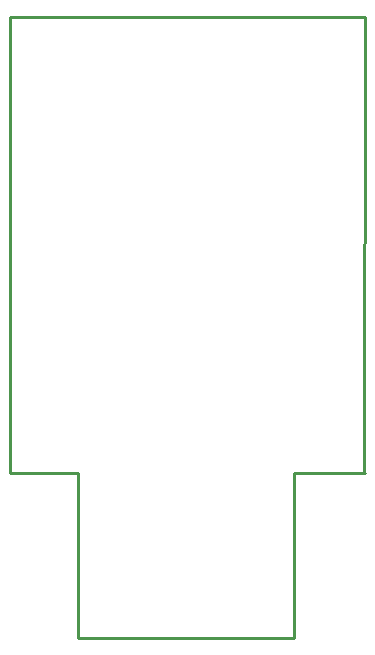
<source format=gko>
%FSLAX23Y23*%
%MOIN*%
G70*
G01*
G75*
%ADD10C,0.008*%
%ADD11R,0.043X0.039*%
%ADD12R,0.039X0.043*%
%ADD13R,0.039X0.043*%
%ADD14R,0.063X0.071*%
%ADD15R,0.063X0.071*%
%ADD16R,0.016X0.085*%
%ADD17R,0.051X0.059*%
%ADD18R,0.051X0.059*%
%ADD19R,0.057X0.022*%
%ADD20R,0.057X0.022*%
%ADD21R,0.020X0.091*%
%ADD22R,0.012X0.063*%
%ADD23R,0.063X0.012*%
%ADD24R,0.059X0.051*%
%ADD25R,0.016X0.085*%
%ADD26R,0.043X0.142*%
%ADD27R,0.043X0.177*%
%ADD28R,0.043X0.157*%
%ADD29R,0.043X0.118*%
%ADD30R,0.012X0.063*%
%ADD31R,0.063X0.012*%
%ADD32R,0.043X0.039*%
%ADD33R,0.079X0.098*%
%ADD34R,0.020X0.091*%
%ADD35C,0.014*%
%ADD36C,0.010*%
%ADD37C,0.020*%
%ADD38C,0.012*%
%ADD39C,0.020*%
%ADD40C,0.011*%
%ADD41C,0.100*%
%ADD42C,0.024*%
%ADD43C,0.020*%
%ADD44C,0.059*%
%ADD45C,0.010*%
%ADD46C,0.008*%
%ADD47C,0.007*%
%ADD48R,0.051X0.047*%
%ADD49R,0.047X0.051*%
%ADD50R,0.047X0.051*%
%ADD51R,0.071X0.079*%
%ADD52R,0.071X0.079*%
%ADD53R,0.024X0.093*%
%ADD54R,0.059X0.067*%
%ADD55R,0.059X0.067*%
%ADD56R,0.065X0.030*%
%ADD57R,0.065X0.030*%
%ADD58R,0.028X0.099*%
%ADD59R,0.020X0.071*%
%ADD60R,0.071X0.020*%
%ADD61R,0.067X0.059*%
%ADD62R,0.024X0.093*%
%ADD63R,0.051X0.150*%
%ADD64R,0.051X0.185*%
%ADD65R,0.051X0.165*%
%ADD66R,0.051X0.126*%
%ADD67R,0.020X0.071*%
%ADD68R,0.071X0.020*%
%ADD69R,0.051X0.047*%
%ADD70R,0.087X0.106*%
%ADD71R,0.028X0.099*%
%ADD72C,0.108*%
%ADD73C,0.032*%
%ADD74C,0.028*%
%ADD75C,0.067*%
D36*
X2945Y3000D02*
Y3551D01*
X3181D01*
X2224Y3000D02*
Y3551D01*
X2000D02*
X2224D01*
X2000D02*
Y5070D01*
X3181D01*
X3180Y3551D02*
X3181Y5070D01*
X2224Y3000D02*
X2945D01*
M02*

</source>
